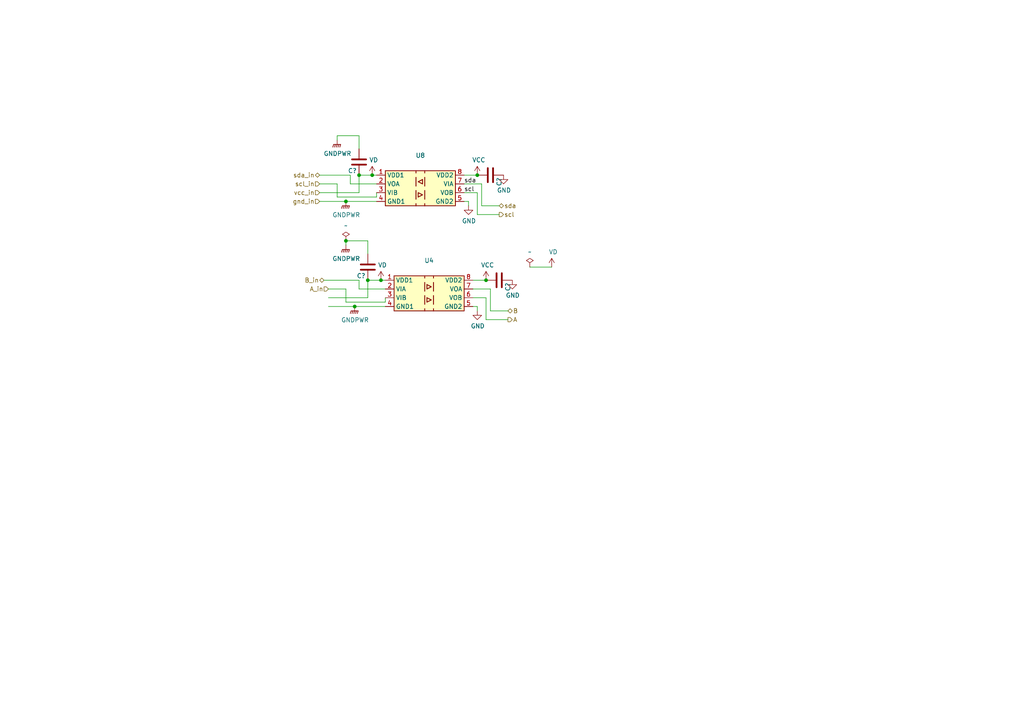
<source format=kicad_sch>
(kicad_sch (version 20211123) (generator eeschema)
  (paper "A4")
  (lib_symbols
    (symbol "0JLC:PI120"
      (property "Reference" "U" (at -8.89 6.35 0))
      (property "Value" "0JLC_PI120" (at 1.27 6.35 0))
      (symbol "PI120_0_1"
        (rectangle (start -10.16 5.08) (end 10.16 -5.08) (stroke (width 0.254)) (fill (type background)))
        (polyline (pts (xy -1.27 -4.445) (xy -1.27 -5.08)) (stroke (width 0.254)))
        (polyline (pts (xy -1.27 -0.635) (xy -1.27 -3.175)) (stroke (width 0.254)))
        (polyline (pts (xy -1.27 3.175) (xy -1.27 0.635)) (stroke (width 0.254)))
        (polyline (pts (xy -1.27 5.08) (xy -1.27 4.445)) (stroke (width 0.254)))
        (polyline (pts (xy 1.27 -4.445) (xy 1.27 -5.08)) (stroke (width 0.254)))
        (polyline (pts (xy 1.27 -0.635) (xy 1.27 -3.175)) (stroke (width 0.254)))
        (polyline (pts (xy 1.27 3.175) (xy 1.27 0.635)) (stroke (width 0.254)))
        (polyline (pts (xy 1.27 5.08) (xy 1.27 4.445)) (stroke (width 0.254)))
        (polyline (pts (xy -0.635 2.54) (xy 0.635 1.905) (xy -0.635 1.27) (xy -0.635 2.54)) (stroke (width 0.254)))
      )
      (symbol "PI120_1_1"
        (polyline (pts (xy -0.635 -1.27) (xy 0.635 -1.905) (xy -0.635 -2.54) (xy -0.635 -1.27)) (stroke (width 0.254)))
        (pin power_in line (at -12.7 3.81 0) (length 2.54) (name "VDD1") (number "1"))
        (pin input line (at -12.7 1.27 0) (length 2.54) (name "VIA") (number "2"))
        (pin input line (at -12.7 -1.27 0) (length 2.54) (name "VIB") (number "3"))
        (pin power_in line (at -12.7 -3.81 0) (length 2.54) (name "GND1") (number "4"))
        (pin power_in line (at 12.7 -3.81 180) (length 2.54) (name "GND2") (number "5"))
        (pin output line (at 12.7 -1.27 180) (length 2.54) (name "VOB") (number "6"))
        (pin output line (at 12.7 1.27 180) (length 2.54) (name "VOA") (number "7"))
        (pin power_in line (at 12.7 3.81 180) (length 2.54) (name "VDD2") (number "8"))
      )
    )
    (symbol "0JLC:PI122"
      (property "Reference" "U" (at -8.89 6.35 0))
      (property "Value" "0JLC_PI122" (at 1.27 6.35 0))
      (symbol "PI122_0_1"
        (rectangle (start -10.16 5.08) (end 10.16 -5.08) (stroke (width 0.254)) (fill (type background)))
        (polyline (pts (xy -1.27 -4.445) (xy -1.27 -5.08)) (stroke (width 0.254)))
        (polyline (pts (xy -1.27 -3.175) (xy -1.27 -0.635)) (stroke (width 0.254)))
        (polyline (pts (xy -1.27 0.635) (xy -1.27 3.175)) (stroke (width 0.254)))
        (polyline (pts (xy -1.27 5.08) (xy -1.27 4.445)) (stroke (width 0.254)))
        (polyline (pts (xy 1.27 -4.445) (xy 1.27 -5.08)) (stroke (width 0.254)))
        (polyline (pts (xy 1.27 -3.175) (xy 1.27 -0.635)) (stroke (width 0.254)))
        (polyline (pts (xy 1.27 0.635) (xy 1.27 3.175)) (stroke (width 0.254)))
        (polyline (pts (xy 1.27 5.08) (xy 1.27 4.445)) (stroke (width 0.254)))
      )
      (symbol "PI122_1_1"
        (polyline (pts (xy -0.635 -2.54) (xy -0.635 -1.27) (xy 0.635 -1.905) (xy -0.635 -2.54)) (stroke (width 0.254)))
        (polyline (pts (xy 0.635 2.54) (xy -0.635 1.905) (xy 0.635 1.27) (xy 0.635 2.54)) (stroke (width 0.254)))
        (pin power_in line (at -12.7 3.81 0) (length 2.54) (name "VDD1") (number "1"))
        (pin input line (at -12.7 1.27 0) (length 2.54) (name "VOA") (number "2"))
        (pin output line (at -12.7 -1.27 0) (length 2.54) (name "VIB") (number "3"))
        (pin power_in line (at -12.7 -3.81 0) (length 2.54) (name "GND1") (number "4"))
        (pin power_in line (at 12.7 -3.81 180) (length 2.54) (name "GND2") (number "5"))
        (pin input line (at 12.7 -1.27 180) (length 2.54) (name "VOB") (number "6"))
        (pin output line (at 12.7 1.27 180) (length 2.54) (name "VIA") (number "7"))
        (pin power_in line (at 12.7 3.81 180) (length 2.54) (name "VDD2") (number "8"))
      )
    )
    (symbol "Device:C" (pin_numbers hide) (pin_names (offset 0.254))
      (property "Reference" "C" (at 0.635 2.54 0))
      (property "Value" "C" (at 0.635 -2.54 0))
      (symbol "C_0_1"
        (polyline (pts (xy -2.032 -0.762) (xy 2.032 -0.762)) (stroke (width 0.508)))
        (polyline (pts (xy -2.032 0.762) (xy 2.032 0.762)) (stroke (width 0.508)))
      )
      (symbol "C_1_1"
        (pin passive line (at 0 3.81 270) (length 2.794) (name "~") (number "1"))
        (pin passive line (at 0 -3.81 90) (length 2.794) (name "~") (number "2"))
      )
    )
    (symbol "power:GND" (power) (pin_names (offset 0))
      (property "Value" "GND" (at 0 -3.81 0))
      (symbol "GND_0_1"
        (polyline (pts (xy 0 0) (xy 0 -1.27) (xy 1.27 -1.27) (xy 0 -2.54) (xy -1.27 -1.27) (xy 0 -1.27)))
      )
      (symbol "GND_1_1"
        (pin power_in line (at 0 0 270) (length 0) hide (name "GND") (number "1"))
      )
    )
    (symbol "power:GNDPWR" (power) (pin_names (offset 0))
      (property "Value" "GNDPWR" (at 0 -3.302 0))
      (symbol "GNDPWR_0_1"
        (polyline (pts (xy 0 -1.27) (xy 0 0)))
        (polyline (pts (xy -1.016 -1.27) (xy -1.27 -2.032) (xy -1.27 -2.032)) (stroke (width 0.2032)))
        (polyline (pts (xy -0.508 -1.27) (xy -0.762 -2.032) (xy -0.762 -2.032)) (stroke (width 0.2032)))
        (polyline (pts (xy 0 -1.27) (xy -0.254 -2.032) (xy -0.254 -2.032)) (stroke (width 0.2032)))
        (polyline (pts (xy 0.508 -1.27) (xy 0.254 -2.032) (xy 0.254 -2.032)) (stroke (width 0.2032)))
        (polyline (pts (xy 1.016 -1.27) (xy -1.016 -1.27) (xy -1.016 -1.27)) (stroke (width 0.2032)))
        (polyline (pts (xy 1.016 -1.27) (xy 0.762 -2.032) (xy 0.762 -2.032) (xy 0.762 -2.032)) (stroke (width 0.2032)))
      )
      (symbol "GNDPWR_1_1"
        (pin power_in line (at 0 0 270) (length 0) hide (name "GNDPWR") (number "1"))
      )
    )
    (symbol "power:PWR_FLAG" (power) (pin_numbers hide) (pin_names (offset 0) hide)
      (property "Value" "PWR_FLAG" (at 0 3.81 0))
      (symbol "PWR_FLAG_0_0"
        (pin power_out line (at 0 0 90) (length 0) (name "pwr") (number "1"))
      )
      (symbol "PWR_FLAG_0_1"
        (polyline (pts (xy 0 0) (xy 0 1.27) (xy -1.016 1.905) (xy 0 2.54) (xy 1.016 1.905) (xy 0 1.27)))
      )
    )
    (symbol "power:VCC" (power) (pin_names (offset 0))
      (property "Value" "VCC" (at 0 3.81 0))
      (symbol "VCC_0_1"
        (polyline (pts (xy -0.762 1.27) (xy 0 2.54)))
        (polyline (pts (xy 0 0) (xy 0 2.54)))
        (polyline (pts (xy 0 2.54) (xy 0.762 1.27)))
      )
      (symbol "VCC_1_1"
        (pin power_in line (at 0 0 90) (length 0) hide (name "VCC") (number "1"))
      )
    )
    (symbol "power:VD" (power) (pin_names (offset 0))
      (property "Value" "VD" (at 0 3.81 0))
      (symbol "VD_0_1"
        (polyline (pts (xy -0.762 1.27) (xy 0 2.54)))
        (polyline (pts (xy 0 0) (xy 0 2.54)))
        (polyline (pts (xy 0 2.54) (xy 0.762 1.27)))
      )
      (symbol "VD_1_1"
        (pin power_in line (at 0 0 90) (length 0) hide (name "VD") (number "1"))
      )
    )
  )
  (junction (at 140.97 81.28))
  (junction (at 104.14 50.8))
  (junction (at 138.43 50.8))
  (junction (at 106.68 81.28))
  (junction (at 110.49 81.28))
  (junction (at 102.87 88.9))
  (junction (at 100.33 69.85))
  (junction (at 107.95 50.8))
  (junction (at 100.33 58.42))
  (wire (pts (xy 101.6 53.34) (xy 109.22 53.34)))
  (wire (pts (xy 92.71 55.88) (xy 104.14 55.88)))
  (wire (pts (xy 134.62 50.8) (xy 138.43 50.8)))
  (wire (pts (xy 97.79 39.37) (xy 97.79 40.64)))
  (wire (pts (xy 104.14 83.82) (xy 111.76 83.82)))
  (wire (pts (xy 110.49 81.28) (xy 111.76 81.28)))
  (wire (pts (xy 100.33 69.85) (xy 106.68 69.85)))
  (wire (pts (xy 135.89 59.69) (xy 135.89 58.42)))
  (wire (pts (xy 104.14 55.88) (xy 104.14 50.8)))
  (wire (pts (xy 142.24 83.82) (xy 137.16 83.82)))
  (wire (pts (xy 101.6 50.8) (xy 101.6 53.34)))
  (wire (pts (xy 138.43 55.88) (xy 138.43 62.23)))
  (wire (pts (xy 100.33 87.63) (xy 111.76 87.63)))
  (wire (pts (xy 100.33 69.85) (xy 100.33 71.12)))
  (wire (pts (xy 97.79 39.37) (xy 104.14 39.37)))
  (wire (pts (xy 137.16 81.28) (xy 140.97 81.28)))
  (wire (pts (xy 95.25 83.82) (xy 100.33 83.82)))
  (wire (pts (xy 138.43 88.9) (xy 137.16 88.9)))
  (wire (pts (xy 111.76 87.63) (xy 111.76 86.36)))
  (wire (pts (xy 134.62 55.88) (xy 138.43 55.88)))
  (wire (pts (xy 104.14 50.8) (xy 107.95 50.8)))
  (wire (pts (xy 107.95 50.8) (xy 109.22 50.8)))
  (wire (pts (xy 139.7 59.69) (xy 139.7 53.34)))
  (wire (pts (xy 92.71 50.8) (xy 101.6 50.8)))
  (wire (pts (xy 140.97 86.36) (xy 140.97 92.71)))
  (wire (pts (xy 144.78 59.69) (xy 139.7 59.69)))
  (wire (pts (xy 97.79 57.15) (xy 109.22 57.15)))
  (wire (pts (xy 93.98 81.28) (xy 104.14 81.28)))
  (wire (pts (xy 106.68 81.28) (xy 110.49 81.28)))
  (wire (pts (xy 97.79 53.34) (xy 97.79 57.15)))
  (wire (pts (xy 106.68 69.85) (xy 106.68 73.66)))
  (wire (pts (xy 100.33 58.42) (xy 109.22 58.42)))
  (wire (pts (xy 142.24 90.17) (xy 142.24 83.82)))
  (wire (pts (xy 104.14 81.28) (xy 104.14 83.82)))
  (wire (pts (xy 92.71 53.34) (xy 97.79 53.34)))
  (wire (pts (xy 138.43 90.17) (xy 138.43 88.9)))
  (wire (pts (xy 160.02 77.47) (xy 153.67 77.47)))
  (wire (pts (xy 100.33 83.82) (xy 100.33 87.63)))
  (wire (pts (xy 95.25 88.9) (xy 102.87 88.9)))
  (wire (pts (xy 106.68 86.36) (xy 106.68 81.28)))
  (wire (pts (xy 95.25 86.36) (xy 106.68 86.36)))
  (wire (pts (xy 139.7 53.34) (xy 134.62 53.34)))
  (wire (pts (xy 147.32 90.17) (xy 142.24 90.17)))
  (wire (pts (xy 109.22 57.15) (xy 109.22 55.88)))
  (wire (pts (xy 135.89 58.42) (xy 134.62 58.42)))
  (wire (pts (xy 138.43 62.23) (xy 144.78 62.23)))
  (wire (pts (xy 140.97 92.71) (xy 147.32 92.71)))
  (wire (pts (xy 92.71 58.42) (xy 100.33 58.42)))
  (wire (pts (xy 137.16 86.36) (xy 140.97 86.36)))
  (wire (pts (xy 104.14 39.37) (xy 104.14 43.18)))
  (wire (pts (xy 102.87 88.9) (xy 111.76 88.9)))
  (label "scl" (at 134.62 55.88 0))
  (label "sda" (at 134.62 53.34 0))
  (hierarchical_label "sda" (shape bidirectional) (at 144.78 59.69 0))
  (hierarchical_label "A_in" (shape input) (at 95.25 83.82 180))
  (hierarchical_label "sda_in" (shape bidirectional) (at 92.71 50.8 180))
  (hierarchical_label "scl" (shape output) (at 144.78 62.23 0))
  (hierarchical_label "B" (shape bidirectional) (at 147.32 90.17 0))
  (hierarchical_label "scl_in" (shape input) (at 92.71 53.34 180))
  (hierarchical_label "B_in" (shape bidirectional) (at 93.98 81.28 180))
  (hierarchical_label "vcc_in" (shape input) (at 92.71 55.88 180))
  (hierarchical_label "gnd_in" (shape input) (at 92.71 58.42 180))
  (hierarchical_label "A" (shape output) (at 147.32 92.71 0))
  (symbol (lib_id "power:GNDPWR") (at 100.33 58.42 0) (unit 1)
    (property "Reference" "#PWR0110" (effects hide))
  )
  (symbol (lib_id "power:VD") (at 160.02 77.47 0) (unit 1)
    (property "Reference" "#PWR0112" (effects hide))
  )
  (symbol (lib_id "power:VD") (at 107.95 50.8 0) (unit 1)
    (property "Reference" "#PWR0113" (effects hide))
  )
  (symbol (lib_id "power:GND") (at 135.89 59.69 0) (unit 1)
    (property "Reference" "#PWR0115" (effects hide))
  )
  (symbol (lib_id "Device:C") (at 142.24 50.8 270) (unit 1)
    (property "Reference" "C?" (at 144.78 51.435 0) (effects (justify left)))
    (property "Datasheet" "CC0603KRX7R9BB104" (effects hide))
    (property "MFR" "Samsung" (effects hide))
    (property "MPN" "CC0603KRX7R9BB104" (effects hide))
    (property "SPURL" "-" (effects hide))
    (property "LCSC" "C14663" (effects hide))
  )
  (symbol (lib_id "power:GND") (at 146.05 50.8 0) (unit 1)
    (property "Reference" "#PWR0117" (effects hide))
  )
  (symbol (lib_id "Device:C") (at 104.14 46.99 180) (unit 1)
    (property "Reference" "C?" (at 103.505 49.53 0) (effects (justify left)))
    (property "Datasheet" "CC0603KRX7R9BB104" (effects hide))
    (property "MFR" "Samsung" (effects hide))
    (property "MPN" "CC0603KRX7R9BB104" (effects hide))
    (property "SPURL" "-" (effects hide))
    (property "LCSC" "C14663" (effects hide))
  )
  (symbol (lib_id "power:VCC") (at 138.43 50.8 0) (unit 1)
    (property "Reference" "#PWR0120" (effects hide))
  )
  (symbol (lib_id "power:PWR_FLAG") (at 153.67 77.47 0) (unit 1)
    (property "Reference" "#FLG0103" (effects hide))
  )
  (symbol (lib_id "power:GNDPWR") (at 97.79 40.64 0) (unit 1)
    (property "Reference" "#PWR0101" (effects hide))
  )
  (symbol (lib_id "power:GNDPWR") (at 102.87 88.9 0) (unit 1)
    (property "Reference" "#PWR0102" (effects hide))
  )
  (symbol (lib_id "power:VD") (at 110.49 81.28 0) (unit 1)
    (property "Reference" "#PWR0103" (effects hide))
  )
  (symbol (lib_id "power:GND") (at 138.43 90.17 0) (unit 1)
    (property "Reference" "#PWR0104" (effects hide))
  )
  (symbol (lib_id "Device:C") (at 144.78 81.28 270) (unit 1)
    (property "Reference" "C?" (at 147.32 81.915 0) (effects (justify left)))
    (property "Datasheet" "CC0603KRX7R9BB104" (effects hide))
    (property "MFR" "Samsung" (effects hide))
    (property "MPN" "CC0603KRX7R9BB104" (effects hide))
    (property "SPURL" "-" (effects hide))
    (property "LCSC" "C14663" (effects hide))
  )
  (symbol (lib_id "Device:C") (at 106.68 77.47 180) (unit 1)
    (property "Reference" "C?" (at 106.045 80.01 0) (effects (justify left)))
    (property "Datasheet" "CC0603KRX7R9BB104" (effects hide))
    (property "MFR" "Samsung" (effects hide))
    (property "MPN" "CC0603KRX7R9BB104" (effects hide))
    (property "SPURL" "-" (effects hide))
    (property "LCSC" "C14663" (effects hide))
  )
  (symbol (lib_id "power:VCC") (at 140.97 81.28 0) (unit 1)
    (property "Reference" "#PWR0105" (effects hide))
  )
  (symbol (lib_id "power:GNDPWR") (at 100.33 71.12 0) (unit 1)
    (property "Reference" "#PWR0106" (effects hide))
  )
  (symbol (lib_id "power:PWR_FLAG") (at 100.33 69.85 0) (unit 1)
    (property "Reference" "#FLG0101" (effects hide))
  )
  (symbol (lib_id "power:GND") (at 148.59 81.28 0) (unit 1)
    (property "Reference" "#PWR0107" (effects hide))
  )
  (symbol (lib_id "0JLC:PI122") (at 121.92 54.61 0) (unit 1)
    (property "Reference" "U8" (at 121.92 45.085 0))
    (property "Datasheet" "https://datasheet.lcsc.com/lcsc/2001131822_2Pai-Semi-%CF%80121U31_C471589.pdf" (effects hide))
    (property "LCSC" "C471590" (effects hide))
    (property "MPN" "π122U31" (effects hide))
  )
  (symbol (lib_id "0JLC:PI120") (at 124.46 85.09 0) (unit 1)
    (property "Reference" "U4" (at 124.46 75.565 0))
    (property "Datasheet" "https://datasheet.lcsc.com/lcsc/2001120703_2Pai-Semi-%CF%80120U30_C471591.pdf" (effects hide))
    (property "LCSC" "C471591" (effects hide))
    (property "MPN" "π120U30" (effects hide))
  )
)
</source>
